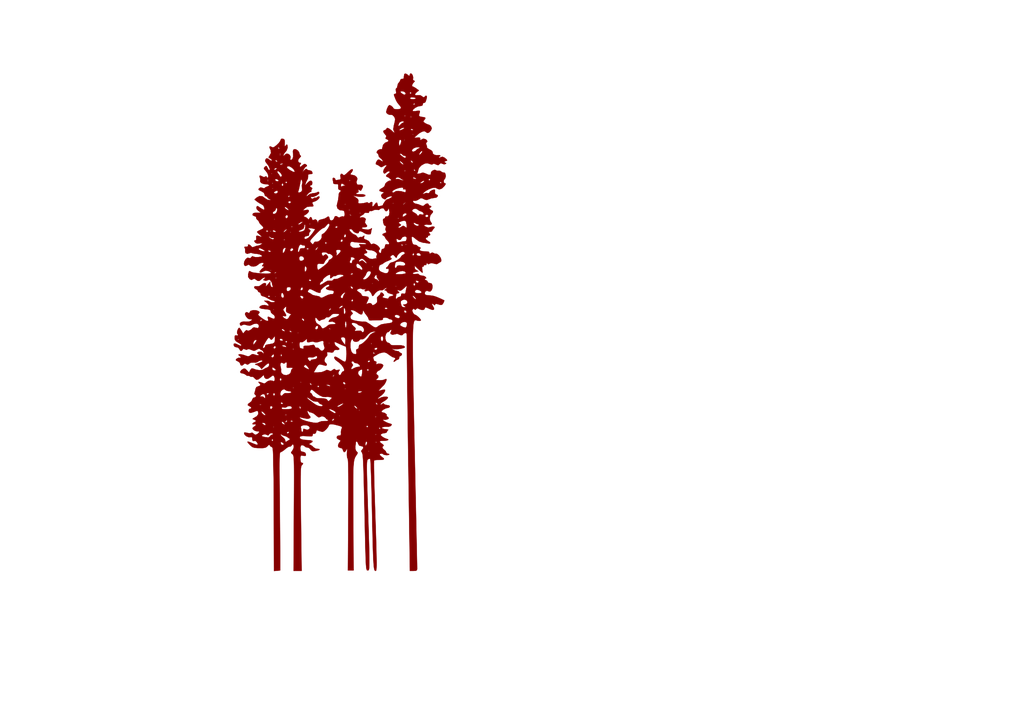
<source format=kicad_sch>
(kicad_sch (version 20231120) (generator "eeschema") (generator_version "8.0")
  (paper "A4")
  (lib_symbols
    (symbol "TreeSilkScreen:LOGO" (pin_names (offset 1.016)))
  )
  (symbol (lib_id "TreeSilkScreen:LOGO") (at 101.6 93.98 0) (unit 1)
    (property "Reference" "#G1" (effects (hide yes)))
    (property "Value" "LOGO" (effects (hide yes)))
  )
)
</source>
